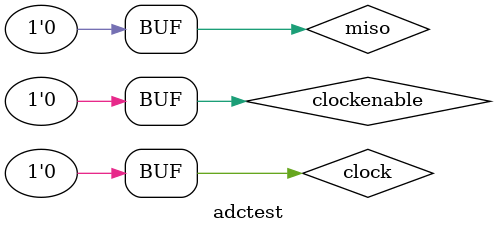
<source format=v>
`timescale 1ns / 1ps


module adctest;

	// Inputs
	reg clock;
	reg clockenable;
	reg miso;

	// Outputs
	wire adconv;
	wire [0:11] datos;
	wire ready;
	wire sck;
	wire [5:0] bloque;
	wire [0:11] datostemp;

	// Instantiate the Unit Under Test (UUT)
	adc uut (
		.clock(clock), 
		.clockenable(clockenable), 
		.miso(miso), 
		.adconv(adconv), 
		.datos(datos), 
		.ready(ready), 
		.sck(sck), 
		.bloque(bloque), 
		.datostemp(datostemp)
	);

	initial begin
		clock = 0;
		clockenable = 0;
		miso = 0;
		#100;
		repeat(700) begin
			clock=~clock;
			#50;
		end
	end
	
	initial begin
		clock = 0;
		clockenable = 0;
		miso = 0;
		#50;
		repeat(10) begin
			clockenable=~clockenable;
			#3500;
		end
	end
	
	initial begin
		clock = 0;
		clockenable = 0;
		miso = 0;
		repeat(700) begin
			miso=~miso;
			#100;
		end
end
      
endmodule


</source>
